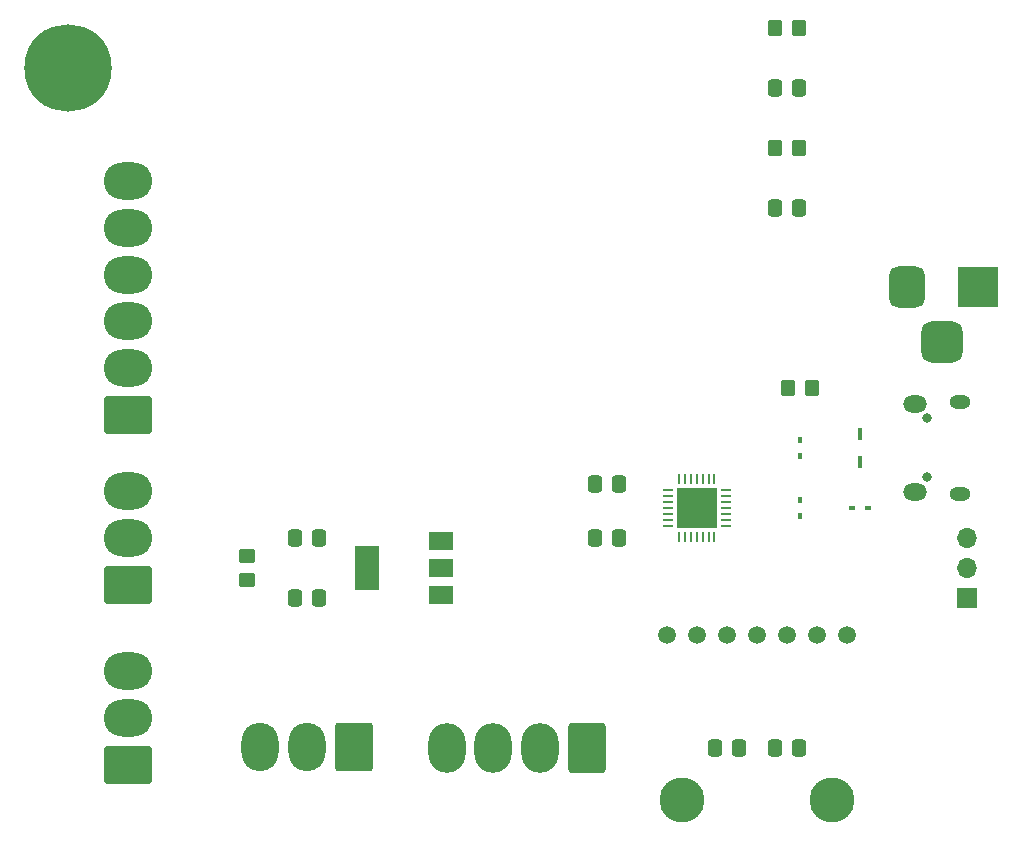
<source format=gbs>
%TF.GenerationSoftware,KiCad,Pcbnew,6.0.2+dfsg-1*%
%TF.CreationDate,2022-10-25T22:12:17-05:00*%
%TF.ProjectId,amiplanta,616d6970-6c61-46e7-9461-2e6b69636164,rev?*%
%TF.SameCoordinates,Original*%
%TF.FileFunction,Soldermask,Bot*%
%TF.FilePolarity,Negative*%
%FSLAX46Y46*%
G04 Gerber Fmt 4.6, Leading zero omitted, Abs format (unit mm)*
G04 Created by KiCad (PCBNEW 6.0.2+dfsg-1) date 2022-10-25 22:12:17*
%MOMM*%
%LPD*%
G01*
G04 APERTURE LIST*
G04 Aperture macros list*
%AMRoundRect*
0 Rectangle with rounded corners*
0 $1 Rounding radius*
0 $2 $3 $4 $5 $6 $7 $8 $9 X,Y pos of 4 corners*
0 Add a 4 corners polygon primitive as box body*
4,1,4,$2,$3,$4,$5,$6,$7,$8,$9,$2,$3,0*
0 Add four circle primitives for the rounded corners*
1,1,$1+$1,$2,$3*
1,1,$1+$1,$4,$5*
1,1,$1+$1,$6,$7*
1,1,$1+$1,$8,$9*
0 Add four rect primitives between the rounded corners*
20,1,$1+$1,$2,$3,$4,$5,0*
20,1,$1+$1,$4,$5,$6,$7,0*
20,1,$1+$1,$6,$7,$8,$9,0*
20,1,$1+$1,$8,$9,$2,$3,0*%
G04 Aperture macros list end*
%ADD10RoundRect,0.250000X1.800000X-1.330000X1.800000X1.330000X-1.800000X1.330000X-1.800000X-1.330000X0*%
%ADD11O,4.100000X3.160000*%
%ADD12C,3.810000*%
%ADD13C,1.500000*%
%ADD14R,3.500000X3.500000*%
%ADD15RoundRect,0.750000X-0.750000X-1.000000X0.750000X-1.000000X0.750000X1.000000X-0.750000X1.000000X0*%
%ADD16RoundRect,0.875000X-0.875000X-0.875000X0.875000X-0.875000X0.875000X0.875000X-0.875000X0.875000X0*%
%ADD17O,0.800000X0.800000*%
%ADD18O,1.800000X1.150000*%
%ADD19O,2.000000X1.450000*%
%ADD20R,1.700000X1.700000*%
%ADD21O,1.700000X1.700000*%
%ADD22C,7.400000*%
%ADD23RoundRect,0.250000X1.330000X1.850000X-1.330000X1.850000X-1.330000X-1.850000X1.330000X-1.850000X0*%
%ADD24O,3.160000X4.200000*%
%ADD25RoundRect,0.250000X1.330000X1.800000X-1.330000X1.800000X-1.330000X-1.800000X1.330000X-1.800000X0*%
%ADD26O,3.160000X4.100000*%
%ADD27R,2.000000X1.500000*%
%ADD28R,2.000000X3.800000*%
%ADD29R,0.460000X1.040000*%
%ADD30RoundRect,0.250000X0.337500X0.475000X-0.337500X0.475000X-0.337500X-0.475000X0.337500X-0.475000X0*%
%ADD31RoundRect,0.250000X0.350000X0.450000X-0.350000X0.450000X-0.350000X-0.450000X0.350000X-0.450000X0*%
%ADD32RoundRect,0.250000X-0.450000X0.350000X-0.450000X-0.350000X0.450000X-0.350000X0.450000X0.350000X0*%
%ADD33R,0.400000X0.480000*%
%ADD34R,0.480000X0.400000*%
%ADD35RoundRect,0.062500X0.337500X0.062500X-0.337500X0.062500X-0.337500X-0.062500X0.337500X-0.062500X0*%
%ADD36RoundRect,0.062500X0.062500X0.337500X-0.062500X0.337500X-0.062500X-0.337500X0.062500X-0.337500X0*%
%ADD37R,3.350000X3.350000*%
%ADD38RoundRect,0.250000X-0.337500X-0.475000X0.337500X-0.475000X0.337500X0.475000X-0.337500X0.475000X0*%
%ADD39RoundRect,0.250000X-0.350000X-0.450000X0.350000X-0.450000X0.350000X0.450000X-0.350000X0.450000X0*%
G04 APERTURE END LIST*
D10*
%TO.C,Jtem1*%
X33125000Y-90320000D03*
D11*
X33125000Y-86360000D03*
X33125000Y-82400000D03*
%TD*%
D12*
%TO.C,U2*%
X92710000Y-108585000D03*
X80010000Y-108585000D03*
D13*
X93980000Y-94615000D03*
X91440000Y-94615000D03*
X88900000Y-94615000D03*
X86360000Y-94615000D03*
X83820000Y-94615000D03*
X81280000Y-94615000D03*
X78740000Y-94615000D03*
%TD*%
D14*
%TO.C,J1*%
X105060000Y-65082500D03*
D15*
X99060000Y-65082500D03*
D16*
X102060000Y-69782500D03*
%TD*%
D10*
%TO.C,Jmov1*%
X33125000Y-105560000D03*
D11*
X33125000Y-101600000D03*
X33125000Y-97640000D03*
%TD*%
D17*
%TO.C,J2*%
X100800000Y-81240000D03*
X100800000Y-76240000D03*
D18*
X103550000Y-74865000D03*
X103550000Y-82615000D03*
D19*
X99750000Y-75015000D03*
X99750000Y-82465000D03*
%TD*%
D20*
%TO.C,J3*%
X104140000Y-91440000D03*
D21*
X104140000Y-88900000D03*
X104140000Y-86360000D03*
%TD*%
D22*
%TO.C,REF\u002A\u002A*%
X28050000Y-46600000D03*
%TD*%
D23*
%TO.C,Joled1*%
X71980000Y-104140000D03*
D24*
X68020000Y-104140000D03*
X64060000Y-104140000D03*
X60100000Y-104140000D03*
%TD*%
D25*
%TO.C,Jhum1*%
X52220000Y-104035000D03*
D26*
X48260000Y-104035000D03*
X44300000Y-104035000D03*
%TD*%
D10*
%TO.C,Jluc1*%
X33125000Y-75940000D03*
D11*
X33125000Y-71980000D03*
X33125000Y-68020000D03*
X33125000Y-64060000D03*
X33125000Y-60100000D03*
X33125000Y-56140000D03*
%TD*%
D27*
%TO.C,UReg1*%
X59640000Y-86600000D03*
X59640000Y-88900000D03*
D28*
X53340000Y-88900000D03*
D27*
X59640000Y-91200000D03*
%TD*%
D29*
%TO.C,DUSB1*%
X95092300Y-77550000D03*
X95092300Y-79930000D03*
%TD*%
D30*
%TO.C,Cbl2*%
X74697500Y-81830000D03*
X72622500Y-81830000D03*
%TD*%
D31*
%TO.C,Ractbl1*%
X91012300Y-73660000D03*
X89012300Y-73660000D03*
%TD*%
D32*
%TO.C,Rpw1*%
X43180000Y-87900000D03*
X43180000Y-89900000D03*
%TD*%
D33*
%TO.C,DUl2*%
X90012300Y-84480000D03*
X90012300Y-83160000D03*
%TD*%
D34*
%TO.C,DUl3*%
X95752300Y-83820000D03*
X94432300Y-83820000D03*
%TD*%
D33*
%TO.C,DUl1*%
X90012300Y-79400000D03*
X90012300Y-78080000D03*
%TD*%
D35*
%TO.C,U7*%
X83730000Y-82320000D03*
X83730000Y-82820000D03*
X83730000Y-83320000D03*
X83730000Y-83820000D03*
X83730000Y-84320000D03*
X83730000Y-84820000D03*
X83730000Y-85320000D03*
D36*
X82780000Y-86270000D03*
X82280000Y-86270000D03*
X81780000Y-86270000D03*
X81280000Y-86270000D03*
X80780000Y-86270000D03*
X80280000Y-86270000D03*
X79780000Y-86270000D03*
D35*
X78830000Y-85320000D03*
X78830000Y-84820000D03*
X78830000Y-84320000D03*
X78830000Y-83820000D03*
X78830000Y-83320000D03*
X78830000Y-82820000D03*
X78830000Y-82320000D03*
D36*
X79780000Y-81370000D03*
X80280000Y-81370000D03*
X80780000Y-81370000D03*
X81280000Y-81370000D03*
X81780000Y-81370000D03*
X82280000Y-81370000D03*
X82780000Y-81370000D03*
D37*
X81280000Y-83820000D03*
%TD*%
D30*
%TO.C,CReg2*%
X49297500Y-86360000D03*
X47222500Y-86360000D03*
%TD*%
%TO.C,Cen2*%
X89937500Y-48260000D03*
X87862500Y-48260000D03*
%TD*%
D38*
%TO.C,Cboot1*%
X87862500Y-58420000D03*
X89937500Y-58420000D03*
%TD*%
D30*
%TO.C,Camp1*%
X84857500Y-104140000D03*
X82782500Y-104140000D03*
%TD*%
D31*
%TO.C,Ren1*%
X89900000Y-43180000D03*
X87900000Y-43180000D03*
%TD*%
D30*
%TO.C,Cbl1*%
X74697500Y-86360000D03*
X72622500Y-86360000D03*
%TD*%
D39*
%TO.C,Rboot1*%
X87900000Y-53340000D03*
X89900000Y-53340000D03*
%TD*%
D30*
%TO.C,CReg1*%
X49297500Y-91440000D03*
X47222500Y-91440000D03*
%TD*%
%TO.C,Camp2*%
X89937500Y-104140000D03*
X87862500Y-104140000D03*
%TD*%
M02*

</source>
